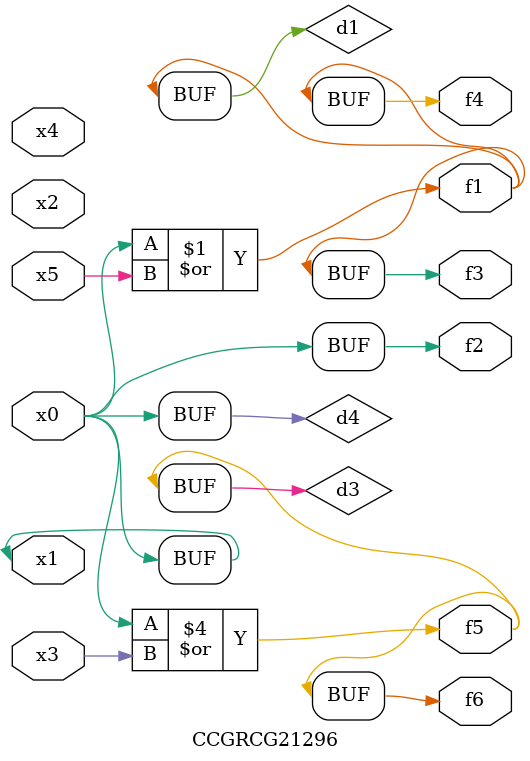
<source format=v>
module CCGRCG21296(
	input x0, x1, x2, x3, x4, x5,
	output f1, f2, f3, f4, f5, f6
);

	wire d1, d2, d3, d4;

	or (d1, x0, x5);
	xnor (d2, x1, x4);
	or (d3, x0, x3);
	buf (d4, x0, x1);
	assign f1 = d1;
	assign f2 = d4;
	assign f3 = d1;
	assign f4 = d1;
	assign f5 = d3;
	assign f6 = d3;
endmodule

</source>
